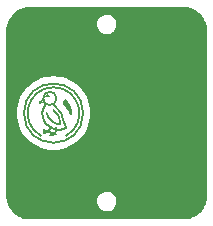
<source format=gbr>
%TF.GenerationSoftware,KiCad,Pcbnew,7.0.2*%
%TF.CreationDate,2023-08-17T13:15:17-07:00*%
%TF.ProjectId,Fpc24Coupler,46706332-3443-46f7-9570-6c65722e6b69,rev?*%
%TF.SameCoordinates,Original*%
%TF.FileFunction,Copper,L2,Bot*%
%TF.FilePolarity,Positive*%
%FSLAX46Y46*%
G04 Gerber Fmt 4.6, Leading zero omitted, Abs format (unit mm)*
G04 Created by KiCad (PCBNEW 7.0.2) date 2023-08-17 13:15:17*
%MOMM*%
%LPD*%
G01*
G04 APERTURE LIST*
%TA.AperFunction,EtchedComponent*%
%ADD10C,0.200000*%
%TD*%
%TA.AperFunction,EtchedComponent*%
%ADD11C,0.160000*%
%TD*%
G04 APERTURE END LIST*
D10*
%TO.C,UU4*%
X151072198Y-101250000D02*
X150807277Y-101374087D01*
X150807277Y-101374087D02*
X150510950Y-101424715D01*
X150510950Y-101424715D02*
X150201673Y-101398730D01*
X150201673Y-101398730D02*
X149898705Y-101297751D01*
X150200000Y-101395710D02*
X150212004Y-101146914D01*
X150150743Y-101768905D02*
X150200000Y-101395710D01*
X149898705Y-101297751D02*
X149620915Y-101128065D01*
X149620915Y-101128065D02*
X149385602Y-100900241D01*
X149617442Y-101561450D02*
X149726298Y-101202597D01*
X149385602Y-100900241D02*
X149207421Y-100628467D01*
X149221946Y-99458630D02*
X149406250Y-99237139D01*
X149207421Y-100628467D02*
X149097469Y-100329667D01*
X149104965Y-99725950D02*
X149221946Y-99458630D01*
X149097469Y-100329667D02*
X149062593Y-100022451D01*
X149062593Y-100022451D02*
X149104965Y-99725950D01*
X150809365Y-100547562D02*
G75*
G03*
X151072198Y-101250000I1248218J66659D01*
G01*
D11*
X149424054Y-100000734D02*
G75*
G03*
X150573812Y-100957554I1215548J291446D01*
G01*
D10*
X150809365Y-100547561D02*
G75*
G03*
X150303506Y-99608540I-1248215J-66659D01*
G01*
X149968750Y-99237139D02*
G75*
G03*
X150303506Y-99608539I1077147J634308D01*
G01*
D11*
X149713390Y-101893910D02*
G75*
G03*
X150213243Y-101768904I31233J936983D01*
G01*
X150573837Y-100957346D02*
G75*
G03*
X150013396Y-99756933I-1240717J151776D01*
G01*
X149713243Y-101893905D02*
G75*
G03*
X149713243Y-101768905I0J62500D01*
G01*
X150213115Y-101768832D02*
G75*
G03*
X149713243Y-101643905I-468495J-812058D01*
G01*
X149713243Y-101768905D02*
G75*
G03*
X149713243Y-101643905I0J62500D01*
G01*
X149180089Y-101686456D02*
G75*
G03*
X149679942Y-101561450I31231J936986D01*
G01*
X149620740Y-98592648D02*
G75*
G03*
X149379260Y-98592648I-120740J-32352D01*
G01*
X148821154Y-99108711D02*
G75*
G03*
X149236795Y-99086557I176446J599711D01*
G01*
X149179942Y-101686450D02*
G75*
G03*
X149179942Y-101561450I-2J62500D01*
G01*
X149679814Y-101561376D02*
G75*
G03*
X149179942Y-101436450I-468494J-812064D01*
G01*
X149179942Y-101561450D02*
G75*
G03*
X149179942Y-101436450I-2J62500D01*
G01*
X148821165Y-99108852D02*
G75*
G03*
X149130822Y-98830714I-239025J577552D01*
G01*
D10*
X151093750Y-101894429D02*
G75*
G03*
X148906251Y-101894430I-1093750J1894429D01*
G01*
X152500000Y-100000000D02*
G75*
G03*
X152500000Y-100000000I-2500000J0D01*
G01*
X150250000Y-98750000D02*
G75*
G03*
X150250000Y-98750000I-562500J0D01*
G01*
%TD*%
%TA.AperFunction,NonConductor*%
G36*
X161004118Y-91000769D02*
G01*
X161083743Y-91005988D01*
X161261461Y-91018699D01*
X161277026Y-91020796D01*
X161389441Y-91043157D01*
X161530151Y-91073767D01*
X161543814Y-91077560D01*
X161657716Y-91116225D01*
X161661067Y-91117417D01*
X161788725Y-91165031D01*
X161800384Y-91170065D01*
X161910600Y-91224418D01*
X161915254Y-91226835D01*
X162032421Y-91290812D01*
X162041994Y-91296608D01*
X162145238Y-91365594D01*
X162150724Y-91369477D01*
X162256668Y-91448786D01*
X162264216Y-91454906D01*
X162357936Y-91537097D01*
X162363953Y-91542733D01*
X162457265Y-91636045D01*
X162462901Y-91642062D01*
X162545092Y-91735782D01*
X162551218Y-91743337D01*
X162605338Y-91815633D01*
X162630519Y-91849271D01*
X162634415Y-91854776D01*
X162703382Y-91957993D01*
X162709196Y-91967595D01*
X162773162Y-92084742D01*
X162775580Y-92089398D01*
X162829925Y-92199597D01*
X162834975Y-92211293D01*
X162882549Y-92338843D01*
X162883794Y-92342342D01*
X162922434Y-92456170D01*
X162926240Y-92469881D01*
X162956847Y-92610580D01*
X162979203Y-92722970D01*
X162981299Y-92738541D01*
X162994017Y-92916351D01*
X162999230Y-92995882D01*
X162999500Y-93004120D01*
X162999500Y-106995878D01*
X162999230Y-107004119D01*
X162994017Y-107083648D01*
X162981300Y-107261448D01*
X162979200Y-107277037D01*
X162956847Y-107389418D01*
X162926238Y-107530127D01*
X162922434Y-107543827D01*
X162883806Y-107657623D01*
X162882549Y-107661155D01*
X162834975Y-107788705D01*
X162829925Y-107800401D01*
X162775580Y-107910600D01*
X162773162Y-107915256D01*
X162709196Y-108032403D01*
X162703373Y-108042021D01*
X162634415Y-108145222D01*
X162630519Y-108150727D01*
X162551230Y-108256646D01*
X162545092Y-108264216D01*
X162462901Y-108357936D01*
X162457265Y-108363953D01*
X162363953Y-108457265D01*
X162357936Y-108462901D01*
X162264216Y-108545092D01*
X162256646Y-108551230D01*
X162150727Y-108630519D01*
X162145222Y-108634415D01*
X162042021Y-108703373D01*
X162032403Y-108709196D01*
X161915256Y-108773162D01*
X161910600Y-108775580D01*
X161800401Y-108829925D01*
X161788705Y-108834975D01*
X161661155Y-108882549D01*
X161657624Y-108883806D01*
X161543836Y-108922432D01*
X161530117Y-108926240D01*
X161389419Y-108956847D01*
X161277028Y-108979203D01*
X161261457Y-108981299D01*
X161083648Y-108994017D01*
X161004118Y-108999230D01*
X160995880Y-108999500D01*
X148004122Y-108999500D01*
X147995881Y-108999230D01*
X147916351Y-108994017D01*
X147738550Y-108981300D01*
X147722960Y-108979200D01*
X147610580Y-108956847D01*
X147525647Y-108938371D01*
X147469868Y-108926237D01*
X147456171Y-108922434D01*
X147372579Y-108894058D01*
X147342363Y-108883801D01*
X147338856Y-108882553D01*
X147211294Y-108834975D01*
X147199597Y-108829925D01*
X147089398Y-108775580D01*
X147084742Y-108773162D01*
X146967595Y-108709196D01*
X146957993Y-108703382D01*
X146854776Y-108634415D01*
X146849271Y-108630519D01*
X146815633Y-108605338D01*
X146743337Y-108551218D01*
X146735782Y-108545092D01*
X146642062Y-108462901D01*
X146636045Y-108457265D01*
X146542733Y-108363953D01*
X146537097Y-108357936D01*
X146454906Y-108264216D01*
X146448786Y-108256668D01*
X146369477Y-108150724D01*
X146365594Y-108145238D01*
X146296608Y-108041994D01*
X146290812Y-108032421D01*
X146226835Y-107915254D01*
X146224418Y-107910600D01*
X146170065Y-107800384D01*
X146165031Y-107788725D01*
X146117417Y-107661067D01*
X146116232Y-107657737D01*
X146077557Y-107543806D01*
X146073764Y-107530138D01*
X146057416Y-107454990D01*
X153669844Y-107454990D01*
X153679578Y-107634501D01*
X153727672Y-107807721D01*
X153811881Y-107966557D01*
X153928263Y-108103573D01*
X154071382Y-108212369D01*
X154234541Y-108287854D01*
X154410112Y-108326500D01*
X154410113Y-108326500D01*
X154541401Y-108326500D01*
X154544816Y-108326500D01*
X154678721Y-108311937D01*
X154820353Y-108264216D01*
X154849083Y-108254536D01*
X154849085Y-108254535D01*
X155003126Y-108161851D01*
X155133642Y-108038220D01*
X155234529Y-107889423D01*
X155301070Y-107722416D01*
X155330155Y-107545010D01*
X155320422Y-107365499D01*
X155272327Y-107192277D01*
X155188119Y-107033444D01*
X155188118Y-107033442D01*
X155071736Y-106896426D01*
X154928617Y-106787630D01*
X154765458Y-106712145D01*
X154589888Y-106673500D01*
X154589887Y-106673500D01*
X154455184Y-106673500D01*
X154451799Y-106673868D01*
X154451783Y-106673869D01*
X154321279Y-106688062D01*
X154150916Y-106745463D01*
X153996874Y-106838148D01*
X153866356Y-106961781D01*
X153765470Y-107110577D01*
X153698930Y-107277583D01*
X153669844Y-107454990D01*
X146057416Y-107454990D01*
X146043161Y-107389462D01*
X146020790Y-107276999D01*
X146018700Y-107261467D01*
X146005988Y-107083743D01*
X146000770Y-107004118D01*
X146000500Y-106995881D01*
X146000500Y-100000000D01*
X146886602Y-100000000D01*
X146886800Y-100003525D01*
X146905979Y-100345061D01*
X146905980Y-100345075D01*
X146906178Y-100348590D01*
X146906767Y-100352057D01*
X146906769Y-100352074D01*
X146963652Y-100686859D01*
X146964661Y-100692796D01*
X147061316Y-101028290D01*
X147194925Y-101350853D01*
X147196635Y-101353947D01*
X147196636Y-101353949D01*
X147362098Y-101653330D01*
X147362104Y-101653340D01*
X147363811Y-101656428D01*
X147565847Y-101941172D01*
X147798495Y-102201505D01*
X148058828Y-102434153D01*
X148343572Y-102636189D01*
X148346664Y-102637898D01*
X148346669Y-102637901D01*
X148496359Y-102720632D01*
X148649147Y-102805075D01*
X148971710Y-102938684D01*
X149307204Y-103035339D01*
X149587572Y-103082975D01*
X149647925Y-103093230D01*
X149647927Y-103093230D01*
X149651410Y-103093822D01*
X150000000Y-103113398D01*
X150348590Y-103093822D01*
X150692796Y-103035339D01*
X151028290Y-102938684D01*
X151350853Y-102805075D01*
X151656428Y-102636189D01*
X151941172Y-102434153D01*
X152201505Y-102201505D01*
X152434153Y-101941172D01*
X152636189Y-101656428D01*
X152805075Y-101350853D01*
X152938684Y-101028290D01*
X153035339Y-100692796D01*
X153093822Y-100348590D01*
X153113398Y-100000000D01*
X153093822Y-99651410D01*
X153035339Y-99307204D01*
X152938684Y-98971710D01*
X152805075Y-98649147D01*
X152636189Y-98343572D01*
X152434153Y-98058828D01*
X152201505Y-97798495D01*
X151941172Y-97565847D01*
X151931838Y-97559224D01*
X151659315Y-97365859D01*
X151659309Y-97365855D01*
X151656428Y-97363811D01*
X151653340Y-97362104D01*
X151653330Y-97362098D01*
X151353949Y-97196636D01*
X151353947Y-97196635D01*
X151350853Y-97194925D01*
X151347590Y-97193573D01*
X151347585Y-97193571D01*
X151031552Y-97062667D01*
X151031549Y-97062666D01*
X151028290Y-97061316D01*
X151024905Y-97060340D01*
X151024900Y-97060339D01*
X150696175Y-96965634D01*
X150696166Y-96965632D01*
X150692796Y-96964661D01*
X150689329Y-96964071D01*
X150689325Y-96964071D01*
X150352074Y-96906769D01*
X150352057Y-96906767D01*
X150348590Y-96906178D01*
X150345075Y-96905980D01*
X150345061Y-96905979D01*
X150003526Y-96886800D01*
X150000000Y-96886602D01*
X149996474Y-96886800D01*
X149654938Y-96905979D01*
X149654922Y-96905980D01*
X149651410Y-96906178D01*
X149647944Y-96906766D01*
X149647925Y-96906769D01*
X149310674Y-96964071D01*
X149310666Y-96964072D01*
X149307204Y-96964661D01*
X149303836Y-96965631D01*
X149303824Y-96965634D01*
X148975099Y-97060339D01*
X148975088Y-97060342D01*
X148971710Y-97061316D01*
X148968455Y-97062663D01*
X148968447Y-97062667D01*
X148652414Y-97193571D01*
X148652402Y-97193576D01*
X148649147Y-97194925D01*
X148646059Y-97196631D01*
X148646050Y-97196636D01*
X148346669Y-97362098D01*
X148346651Y-97362109D01*
X148343572Y-97363811D01*
X148340698Y-97365850D01*
X148340684Y-97365859D01*
X148061712Y-97563800D01*
X148061704Y-97563806D01*
X148058828Y-97565847D01*
X148056201Y-97568194D01*
X148056193Y-97568201D01*
X147801118Y-97796150D01*
X147801109Y-97796158D01*
X147798495Y-97798495D01*
X147796158Y-97801109D01*
X147796150Y-97801118D01*
X147568201Y-98056193D01*
X147568194Y-98056201D01*
X147565847Y-98058828D01*
X147563806Y-98061704D01*
X147563800Y-98061712D01*
X147365859Y-98340684D01*
X147365850Y-98340698D01*
X147363811Y-98343572D01*
X147362109Y-98346651D01*
X147362098Y-98346669D01*
X147196636Y-98646050D01*
X147196631Y-98646059D01*
X147194925Y-98649147D01*
X147193576Y-98652402D01*
X147193571Y-98652414D01*
X147062667Y-98968447D01*
X147062663Y-98968455D01*
X147061316Y-98971710D01*
X147060342Y-98975088D01*
X147060339Y-98975099D01*
X146965634Y-99303824D01*
X146965631Y-99303836D01*
X146964661Y-99307204D01*
X146964072Y-99310666D01*
X146964071Y-99310674D01*
X146906769Y-99647925D01*
X146906766Y-99647944D01*
X146906178Y-99651410D01*
X146905980Y-99654922D01*
X146905979Y-99654938D01*
X146889748Y-99943985D01*
X146886602Y-100000000D01*
X146000500Y-100000000D01*
X146000500Y-93004120D01*
X146000770Y-92995880D01*
X146005991Y-92916208D01*
X146018700Y-92738534D01*
X146020797Y-92722970D01*
X146043163Y-92610523D01*
X146073769Y-92469839D01*
X146077557Y-92456194D01*
X146077966Y-92454990D01*
X153669844Y-92454990D01*
X153679578Y-92634501D01*
X153727672Y-92807721D01*
X153811881Y-92966557D01*
X153928263Y-93103573D01*
X154071382Y-93212369D01*
X154234541Y-93287854D01*
X154410112Y-93326500D01*
X154410113Y-93326500D01*
X154541401Y-93326500D01*
X154544816Y-93326500D01*
X154678721Y-93311937D01*
X154765290Y-93282768D01*
X154849083Y-93254536D01*
X154849085Y-93254535D01*
X155003126Y-93161851D01*
X155133642Y-93038220D01*
X155234529Y-92889423D01*
X155301070Y-92722416D01*
X155330155Y-92545010D01*
X155320422Y-92365499D01*
X155272327Y-92192277D01*
X155188119Y-92033444D01*
X155188118Y-92033442D01*
X155071736Y-91896426D01*
X154928617Y-91787630D01*
X154765458Y-91712145D01*
X154589888Y-91673500D01*
X154589887Y-91673500D01*
X154455184Y-91673500D01*
X154451799Y-91673868D01*
X154451783Y-91673869D01*
X154321279Y-91688062D01*
X154150916Y-91745463D01*
X153996874Y-91838148D01*
X153866356Y-91961781D01*
X153765470Y-92110577D01*
X153698930Y-92277583D01*
X153669844Y-92454990D01*
X146077966Y-92454990D01*
X146116240Y-92342240D01*
X146117402Y-92338973D01*
X146165037Y-92211260D01*
X146170058Y-92199629D01*
X146224440Y-92089355D01*
X146226814Y-92084784D01*
X146290824Y-91967558D01*
X146296595Y-91958025D01*
X146365618Y-91854725D01*
X146369451Y-91849309D01*
X146448805Y-91743305D01*
X146454883Y-91735809D01*
X146537110Y-91642047D01*
X146542703Y-91636076D01*
X146636076Y-91542703D01*
X146642047Y-91537110D01*
X146735809Y-91454883D01*
X146743305Y-91448805D01*
X146849309Y-91369451D01*
X146854725Y-91365618D01*
X146958025Y-91296595D01*
X146967558Y-91290824D01*
X147084784Y-91226814D01*
X147089355Y-91224440D01*
X147199629Y-91170058D01*
X147211260Y-91165037D01*
X147338974Y-91117402D01*
X147342220Y-91116246D01*
X147456202Y-91077554D01*
X147469852Y-91073766D01*
X147610546Y-91043159D01*
X147723005Y-91020790D01*
X147738528Y-91018700D01*
X147916208Y-91005991D01*
X147991307Y-91001069D01*
X147995882Y-91000770D01*
X148004119Y-91000500D01*
X160995880Y-91000500D01*
X161004118Y-91000769D01*
G37*
%TD.AperFunction*%
%TA.AperFunction,NonConductor*%
G36*
X151054239Y-98829087D02*
G01*
X151091718Y-98860209D01*
X151105632Y-98873701D01*
X151253631Y-99041157D01*
X151265313Y-99056627D01*
X151385871Y-99244798D01*
X151395042Y-99261876D01*
X151485312Y-99466317D01*
X151491755Y-99484600D01*
X151549596Y-99700468D01*
X151553158Y-99719522D01*
X151577204Y-99941708D01*
X151577801Y-99961085D01*
X151575525Y-100010305D01*
X151552397Y-100077429D01*
X151496651Y-100121394D01*
X151425986Y-100128241D01*
X151362836Y-100095796D01*
X151329482Y-100042346D01*
X151320477Y-100013762D01*
X151298494Y-99943985D01*
X151200555Y-99731073D01*
X151076650Y-99532149D01*
X150928741Y-99350363D01*
X150830727Y-99256858D01*
X150795246Y-99195366D01*
X150796511Y-99131213D01*
X150843493Y-98966093D01*
X150848283Y-98914395D01*
X150874484Y-98848414D01*
X150932200Y-98807070D01*
X151003107Y-98803493D01*
X151054239Y-98829087D01*
G37*
%TD.AperFunction*%
M02*

</source>
